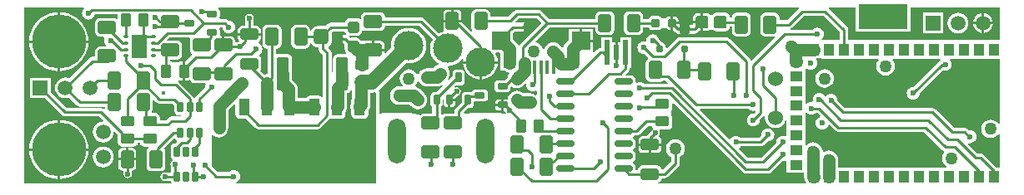
<source format=gbl>
G04*
G04 #@! TF.GenerationSoftware,Altium Limited,Altium Designer,19.1.5 (86)*
G04*
G04 Layer_Physical_Order=4*
G04 Layer_Color=16711680*
%FSLAX25Y25*%
%MOIN*%
G70*
G01*
G75*
%ADD10C,0.01000*%
G04:AMPARAMS|DCode=51|XSize=23.62mil|YSize=39.37mil|CornerRadius=2.95mil|HoleSize=0mil|Usage=FLASHONLY|Rotation=180.000|XOffset=0mil|YOffset=0mil|HoleType=Round|Shape=RoundedRectangle|*
%AMROUNDEDRECTD51*
21,1,0.02362,0.03347,0,0,180.0*
21,1,0.01772,0.03937,0,0,180.0*
1,1,0.00591,-0.00886,0.01673*
1,1,0.00591,0.00886,0.01673*
1,1,0.00591,0.00886,-0.01673*
1,1,0.00591,-0.00886,-0.01673*
%
%ADD51ROUNDEDRECTD51*%
G04:AMPARAMS|DCode=52|XSize=70.87mil|YSize=51.18mil|CornerRadius=6.4mil|HoleSize=0mil|Usage=FLASHONLY|Rotation=180.000|XOffset=0mil|YOffset=0mil|HoleType=Round|Shape=RoundedRectangle|*
%AMROUNDEDRECTD52*
21,1,0.07087,0.03839,0,0,180.0*
21,1,0.05807,0.05118,0,0,180.0*
1,1,0.01280,-0.02904,0.01919*
1,1,0.01280,0.02904,0.01919*
1,1,0.01280,0.02904,-0.01919*
1,1,0.01280,-0.02904,-0.01919*
%
%ADD52ROUNDEDRECTD52*%
G04:AMPARAMS|DCode=53|XSize=50mil|YSize=50mil|CornerRadius=6.25mil|HoleSize=0mil|Usage=FLASHONLY|Rotation=0.000|XOffset=0mil|YOffset=0mil|HoleType=Round|Shape=RoundedRectangle|*
%AMROUNDEDRECTD53*
21,1,0.05000,0.03750,0,0,0.0*
21,1,0.03750,0.05000,0,0,0.0*
1,1,0.01250,0.01875,-0.01875*
1,1,0.01250,-0.01875,-0.01875*
1,1,0.01250,-0.01875,0.01875*
1,1,0.01250,0.01875,0.01875*
%
%ADD53ROUNDEDRECTD53*%
G04:AMPARAMS|DCode=54|XSize=70.87mil|YSize=51.18mil|CornerRadius=6.4mil|HoleSize=0mil|Usage=FLASHONLY|Rotation=270.000|XOffset=0mil|YOffset=0mil|HoleType=Round|Shape=RoundedRectangle|*
%AMROUNDEDRECTD54*
21,1,0.07087,0.03839,0,0,270.0*
21,1,0.05807,0.05118,0,0,270.0*
1,1,0.01280,-0.01919,-0.02904*
1,1,0.01280,-0.01919,0.02904*
1,1,0.01280,0.01919,0.02904*
1,1,0.01280,0.01919,-0.02904*
%
%ADD54ROUNDEDRECTD54*%
G04:AMPARAMS|DCode=57|XSize=43.31mil|YSize=68.9mil|CornerRadius=5.41mil|HoleSize=0mil|Usage=FLASHONLY|Rotation=180.000|XOffset=0mil|YOffset=0mil|HoleType=Round|Shape=RoundedRectangle|*
%AMROUNDEDRECTD57*
21,1,0.04331,0.05807,0,0,180.0*
21,1,0.03248,0.06890,0,0,180.0*
1,1,0.01083,-0.01624,0.02904*
1,1,0.01083,0.01624,0.02904*
1,1,0.01083,0.01624,-0.02904*
1,1,0.01083,-0.01624,-0.02904*
%
%ADD57ROUNDEDRECTD57*%
G04:AMPARAMS|DCode=58|XSize=43.31mil|YSize=68.9mil|CornerRadius=5.41mil|HoleSize=0mil|Usage=FLASHONLY|Rotation=180.000|XOffset=0mil|YOffset=0mil|HoleType=Round|Shape=RoundedRectangle|*
%AMROUNDEDRECTD58*
21,1,0.04331,0.05807,0,0,180.0*
21,1,0.03248,0.06890,0,0,180.0*
1,1,0.01083,-0.01624,0.02904*
1,1,0.01083,0.01624,0.02904*
1,1,0.01083,0.01624,-0.02904*
1,1,0.01083,-0.01624,-0.02904*
%
%ADD58ROUNDEDRECTD58*%
G04:AMPARAMS|DCode=59|XSize=137.8mil|YSize=68.9mil|CornerRadius=8.61mil|HoleSize=0mil|Usage=FLASHONLY|Rotation=180.000|XOffset=0mil|YOffset=0mil|HoleType=Round|Shape=RoundedRectangle|*
%AMROUNDEDRECTD59*
21,1,0.13780,0.05167,0,0,180.0*
21,1,0.12057,0.06890,0,0,180.0*
1,1,0.01722,-0.06029,0.02584*
1,1,0.01722,0.06029,0.02584*
1,1,0.01722,0.06029,-0.02584*
1,1,0.01722,-0.06029,-0.02584*
%
%ADD59ROUNDEDRECTD59*%
G04:AMPARAMS|DCode=72|XSize=70.87mil|YSize=45.28mil|CornerRadius=5.66mil|HoleSize=0mil|Usage=FLASHONLY|Rotation=180.000|XOffset=0mil|YOffset=0mil|HoleType=Round|Shape=RoundedRectangle|*
%AMROUNDEDRECTD72*
21,1,0.07087,0.03396,0,0,180.0*
21,1,0.05955,0.04528,0,0,180.0*
1,1,0.01132,-0.02977,0.01698*
1,1,0.01132,0.02977,0.01698*
1,1,0.01132,0.02977,-0.01698*
1,1,0.01132,-0.02977,-0.01698*
%
%ADD72ROUNDEDRECTD72*%
G04:AMPARAMS|DCode=73|XSize=55.12mil|YSize=39.37mil|CornerRadius=4.92mil|HoleSize=0mil|Usage=FLASHONLY|Rotation=0.000|XOffset=0mil|YOffset=0mil|HoleType=Round|Shape=RoundedRectangle|*
%AMROUNDEDRECTD73*
21,1,0.05512,0.02953,0,0,0.0*
21,1,0.04528,0.03937,0,0,0.0*
1,1,0.00984,0.02264,-0.01476*
1,1,0.00984,-0.02264,-0.01476*
1,1,0.00984,-0.02264,0.01476*
1,1,0.00984,0.02264,0.01476*
%
%ADD73ROUNDEDRECTD73*%
G04:AMPARAMS|DCode=74|XSize=55.12mil|YSize=39.37mil|CornerRadius=4.92mil|HoleSize=0mil|Usage=FLASHONLY|Rotation=90.000|XOffset=0mil|YOffset=0mil|HoleType=Round|Shape=RoundedRectangle|*
%AMROUNDEDRECTD74*
21,1,0.05512,0.02953,0,0,90.0*
21,1,0.04528,0.03937,0,0,90.0*
1,1,0.00984,0.01476,0.02264*
1,1,0.00984,0.01476,-0.02264*
1,1,0.00984,-0.01476,-0.02264*
1,1,0.00984,-0.01476,0.02264*
%
%ADD74ROUNDEDRECTD74*%
%ADD77C,0.06000*%
%ADD78C,0.05000*%
%ADD79C,0.06000*%
%ADD80C,0.05906*%
%ADD81R,0.19685X0.09843*%
%ADD82C,0.21654*%
%ADD83O,0.07087X0.18110*%
%ADD84C,0.11811*%
%ADD85R,0.05906X0.05906*%
%ADD86C,0.02362*%
%ADD87C,0.05000*%
%ADD88C,0.01772*%
G04:AMPARAMS|DCode=98|XSize=23.62mil|YSize=39.37mil|CornerRadius=2.95mil|HoleSize=0mil|Usage=FLASHONLY|Rotation=270.000|XOffset=0mil|YOffset=0mil|HoleType=Round|Shape=RoundedRectangle|*
%AMROUNDEDRECTD98*
21,1,0.02362,0.03347,0,0,270.0*
21,1,0.01772,0.03937,0,0,270.0*
1,1,0.00591,-0.01673,-0.00886*
1,1,0.00591,-0.01673,0.00886*
1,1,0.00591,0.01673,0.00886*
1,1,0.00591,0.01673,-0.00886*
%
%ADD98ROUNDEDRECTD98*%
%ADD99O,0.02362X0.01181*%
%ADD100R,0.06496X0.09449*%
%ADD101R,0.01968X0.09843*%
%ADD102R,0.01968X0.06299*%
G04:AMPARAMS|DCode=103|XSize=31.5mil|YSize=31.5mil|CornerRadius=3.94mil|HoleSize=0mil|Usage=FLASHONLY|Rotation=0.000|XOffset=0mil|YOffset=0mil|HoleType=Round|Shape=RoundedRectangle|*
%AMROUNDEDRECTD103*
21,1,0.03150,0.02362,0,0,0.0*
21,1,0.02362,0.03150,0,0,0.0*
1,1,0.00787,0.01181,-0.01181*
1,1,0.00787,-0.01181,-0.01181*
1,1,0.00787,-0.01181,0.01181*
1,1,0.00787,0.01181,0.01181*
%
%ADD103ROUNDEDRECTD103*%
G04:AMPARAMS|DCode=104|XSize=23.62mil|YSize=27.56mil|CornerRadius=2.95mil|HoleSize=0mil|Usage=FLASHONLY|Rotation=180.000|XOffset=0mil|YOffset=0mil|HoleType=Round|Shape=RoundedRectangle|*
%AMROUNDEDRECTD104*
21,1,0.02362,0.02165,0,0,180.0*
21,1,0.01772,0.02756,0,0,180.0*
1,1,0.00591,-0.00886,0.01083*
1,1,0.00591,0.00886,0.01083*
1,1,0.00591,0.00886,-0.01083*
1,1,0.00591,-0.00886,-0.01083*
%
%ADD104ROUNDEDRECTD104*%
%ADD105R,0.07480X0.07480*%
%ADD106R,0.05118X0.03937*%
%ADD107R,0.01575X0.05315*%
G04:AMPARAMS|DCode=108|XSize=131.89mil|YSize=49.21mil|CornerRadius=6.15mil|HoleSize=0mil|Usage=FLASHONLY|Rotation=90.000|XOffset=0mil|YOffset=0mil|HoleType=Round|Shape=RoundedRectangle|*
%AMROUNDEDRECTD108*
21,1,0.13189,0.03691,0,0,90.0*
21,1,0.11959,0.04921,0,0,90.0*
1,1,0.01230,0.01846,0.05979*
1,1,0.01230,0.01846,-0.05979*
1,1,0.01230,-0.01846,-0.05979*
1,1,0.01230,-0.01846,0.05979*
%
%ADD108ROUNDEDRECTD108*%
%ADD109R,0.03940X0.05120*%
%ADD110R,0.05120X0.03940*%
G04:AMPARAMS|DCode=111|XSize=47.24mil|YSize=47.24mil|CornerRadius=11.81mil|HoleSize=0mil|Usage=FLASHONLY|Rotation=270.000|XOffset=0mil|YOffset=0mil|HoleType=Round|Shape=RoundedRectangle|*
%AMROUNDEDRECTD111*
21,1,0.04724,0.02362,0,0,270.0*
21,1,0.02362,0.04724,0,0,270.0*
1,1,0.02362,-0.01181,-0.01181*
1,1,0.02362,-0.01181,0.01181*
1,1,0.02362,0.01181,0.01181*
1,1,0.02362,0.01181,-0.01181*
%
%ADD111ROUNDEDRECTD111*%
G04:AMPARAMS|DCode=112|XSize=62.99mil|YSize=59.06mil|CornerRadius=14.76mil|HoleSize=0mil|Usage=FLASHONLY|Rotation=270.000|XOffset=0mil|YOffset=0mil|HoleType=Round|Shape=RoundedRectangle|*
%AMROUNDEDRECTD112*
21,1,0.06299,0.02953,0,0,270.0*
21,1,0.03347,0.05906,0,0,270.0*
1,1,0.02953,-0.01476,-0.01673*
1,1,0.02953,-0.01476,0.01673*
1,1,0.02953,0.01476,0.01673*
1,1,0.02953,0.01476,-0.01673*
%
%ADD112ROUNDEDRECTD112*%
G04:AMPARAMS|DCode=113|XSize=23.62mil|YSize=27.56mil|CornerRadius=2.95mil|HoleSize=0mil|Usage=FLASHONLY|Rotation=270.000|XOffset=0mil|YOffset=0mil|HoleType=Round|Shape=RoundedRectangle|*
%AMROUNDEDRECTD113*
21,1,0.02362,0.02165,0,0,270.0*
21,1,0.01772,0.02756,0,0,270.0*
1,1,0.00591,-0.01083,-0.00886*
1,1,0.00591,-0.01083,0.00886*
1,1,0.00591,0.01083,0.00886*
1,1,0.00591,0.01083,-0.00886*
%
%ADD113ROUNDEDRECTD113*%
G04:AMPARAMS|DCode=114|XSize=70.87mil|YSize=23.62mil|CornerRadius=5.91mil|HoleSize=0mil|Usage=FLASHONLY|Rotation=0.000|XOffset=0mil|YOffset=0mil|HoleType=Round|Shape=RoundedRectangle|*
%AMROUNDEDRECTD114*
21,1,0.07087,0.01181,0,0,0.0*
21,1,0.05906,0.02362,0,0,0.0*
1,1,0.01181,0.02953,-0.00591*
1,1,0.01181,-0.02953,-0.00591*
1,1,0.01181,-0.02953,0.00591*
1,1,0.01181,0.02953,0.00591*
%
%ADD114ROUNDEDRECTD114*%
G36*
X25782Y72335D02*
X25734Y72298D01*
X25324Y71763D01*
X25066Y71140D01*
X24978Y70472D01*
X25066Y69804D01*
X25324Y69182D01*
X25734Y68647D01*
X26269Y68237D01*
X26891Y67979D01*
X27559Y67891D01*
X28227Y67979D01*
X28850Y68237D01*
X29384Y68647D01*
X29794Y69182D01*
X30052Y69804D01*
X30084Y70046D01*
X39283D01*
X39337Y69980D01*
Y68543D01*
X38837Y68275D01*
X38653Y68398D01*
X37943Y68540D01*
X32136D01*
X31425Y68398D01*
X30823Y67996D01*
X30421Y67393D01*
X30279Y66683D01*
Y62845D01*
X30421Y62134D01*
X30823Y61532D01*
X31425Y61129D01*
X32136Y60988D01*
X33703D01*
X34037Y60488D01*
X33924Y60215D01*
X33836Y59547D01*
X33924Y58879D01*
X34182Y58257D01*
X34592Y57722D01*
X34722Y57622D01*
X34553Y57122D01*
X32136D01*
X31425Y56981D01*
X30823Y56578D01*
X30421Y55976D01*
X30279Y55266D01*
Y52974D01*
X29134D01*
X28478Y52843D01*
X27922Y52472D01*
X19796Y44346D01*
X19426Y44500D01*
X18347Y44642D01*
X17267Y44500D01*
X16262Y44083D01*
X15398Y43421D01*
X14736Y42557D01*
X14319Y41552D01*
X14177Y40472D01*
X14319Y39393D01*
X14736Y38388D01*
X15398Y37524D01*
X16262Y36862D01*
X17267Y36445D01*
X18347Y36303D01*
X19426Y36445D01*
X19796Y36599D01*
X22961Y33434D01*
X23517Y33062D01*
X24173Y32932D01*
X34216D01*
Y32285D01*
X34182Y32247D01*
X33716Y32036D01*
X33333Y32292D01*
X32677Y32423D01*
X18820D01*
X12480Y38763D01*
Y44606D01*
X4213D01*
Y36339D01*
X10056D01*
X16898Y29497D01*
X17454Y29125D01*
X18110Y28995D01*
X31967D01*
X33646Y27316D01*
X33380Y26875D01*
X32385Y26744D01*
X31380Y26327D01*
X30516Y25665D01*
X29854Y24801D01*
X29437Y23796D01*
X29295Y22716D01*
X29437Y21637D01*
X29854Y20632D01*
X30516Y19768D01*
X31380Y19106D01*
X32385Y18689D01*
X33465Y18547D01*
X34544Y18689D01*
X35549Y19106D01*
X36413Y19768D01*
X37075Y20632D01*
X37492Y21637D01*
X37623Y22632D01*
X38064Y22898D01*
X39337Y21625D01*
Y21547D01*
X39337Y21546D01*
Y18602D01*
X39467Y17950D01*
X39837Y17396D01*
X40390Y17026D01*
X41043Y16896D01*
X45571D01*
X46224Y17026D01*
X46777Y17396D01*
X47147Y17950D01*
X47230Y18365D01*
X48243D01*
X48325Y17950D01*
X48695Y17396D01*
X49249Y17026D01*
X49902Y16896D01*
X51501D01*
X51566Y16810D01*
X51451Y16131D01*
X51296Y16027D01*
X50893Y15425D01*
X50752Y14715D01*
Y8907D01*
X50893Y8197D01*
X51296Y7595D01*
X51898Y7192D01*
X52608Y7051D01*
X56447D01*
X57157Y7192D01*
X57760Y7595D01*
X58162Y8197D01*
X58303Y8907D01*
Y14715D01*
X58162Y15425D01*
X57760Y16027D01*
X57730Y16330D01*
X61617Y20217D01*
X62176Y20068D01*
X62420Y19703D01*
X62726Y19499D01*
X62852Y18917D01*
X62073Y18139D01*
X61910D01*
X61333Y18025D01*
X60845Y17698D01*
X60519Y17210D01*
X60404Y16634D01*
Y13287D01*
X60519Y12711D01*
X60845Y12223D01*
X61292Y11924D01*
X61324Y11663D01*
X61303Y11393D01*
X60796Y11055D01*
X60424Y10498D01*
X60294Y9843D01*
X60424Y9187D01*
X60491Y9087D01*
Y6537D01*
X58566D01*
X58071Y6635D01*
X57415Y6505D01*
X56859Y6133D01*
X56487Y5577D01*
X56357Y4921D01*
X56487Y4265D01*
X56859Y3709D01*
X56957Y3611D01*
X57513Y3239D01*
X58169Y3109D01*
X60589D01*
Y3051D01*
X60689Y2546D01*
X60741Y2468D01*
X60474Y1969D01*
X1969D01*
Y72835D01*
X25613D01*
X25782Y72335D01*
D02*
G37*
G36*
X311643D02*
X306967Y67659D01*
X303776D01*
Y68848D01*
X303635Y69559D01*
X303232Y70161D01*
X302630Y70564D01*
X301919Y70705D01*
X298081D01*
X297370Y70564D01*
X296768Y70161D01*
X296365Y69559D01*
X296224Y68848D01*
Y63041D01*
X296365Y62331D01*
X296768Y61729D01*
X297370Y61326D01*
X298081Y61185D01*
X301754D01*
X301992Y60715D01*
X292722Y51446D01*
X292180Y51610D01*
X292135Y51837D01*
X291763Y52393D01*
X283889Y60267D01*
X283333Y60639D01*
X282677Y60769D01*
X263779D01*
X263124Y60639D01*
X262567Y60267D01*
X258759Y56458D01*
X258297Y56650D01*
Y57185D01*
X258182Y57761D01*
X257856Y58249D01*
X257367Y58576D01*
X257094Y58630D01*
X256921Y58889D01*
X255607Y60202D01*
X255385Y60739D01*
X254975Y61274D01*
X254440Y61684D01*
X253818Y61942D01*
X253150Y62030D01*
X252482Y61942D01*
X251859Y61684D01*
X251325Y61274D01*
X250914Y60739D01*
X250656Y60117D01*
X250587Y59586D01*
X250424Y59372D01*
X250097Y59198D01*
X249606Y59263D01*
X248938Y59175D01*
X248316Y58917D01*
X247781Y58507D01*
X247371Y57972D01*
X247113Y57349D01*
X247025Y56681D01*
X247113Y56013D01*
X247371Y55391D01*
X247781Y54856D01*
X248316Y54446D01*
X248938Y54188D01*
X249606Y54100D01*
X249745Y54119D01*
X251205Y52658D01*
X251142Y52015D01*
X250902Y51854D01*
X250499Y51252D01*
X250358Y50541D01*
Y44734D01*
X250499Y44024D01*
X250902Y43422D01*
X251504Y43019D01*
X252215Y42878D01*
X256053D01*
X256764Y43019D01*
X257366Y43422D01*
X257432Y43520D01*
X258386D01*
X259376Y42530D01*
X259185Y42068D01*
X249942D01*
X249857Y42180D01*
X249322Y42590D01*
X248699Y42847D01*
X248031Y42935D01*
X247363Y42847D01*
X246741Y42590D01*
X246269Y42858D01*
Y43661D01*
X246132Y44353D01*
X245740Y44939D01*
X245154Y45330D01*
X244463Y45468D01*
X242443D01*
X242251Y45930D01*
X243535Y47213D01*
X243906Y47769D01*
X244037Y48425D01*
Y48622D01*
X244488D01*
Y60827D01*
X240158D01*
Y58874D01*
X239083D01*
Y54724D01*
X238083D01*
Y58874D01*
X237008D01*
Y60827D01*
X232677D01*
Y56438D01*
X232126D01*
X231470Y56308D01*
X230914Y55936D01*
X229650Y54672D01*
X229150Y54879D01*
Y58902D01*
X224410D01*
Y59402D01*
X223909D01*
Y64142D01*
X219669D01*
Y59912D01*
X218497Y58740D01*
X217907Y57971D01*
X217536Y57075D01*
X217510Y56879D01*
X217036Y56718D01*
X216011Y57744D01*
X215242Y58333D01*
X214347Y58705D01*
X213386Y58831D01*
X212425Y58705D01*
X211529Y58333D01*
X210760Y57744D01*
X210170Y56975D01*
X209800Y56079D01*
X209799Y56078D01*
X209295D01*
X209295Y56079D01*
X208924Y56975D01*
X208334Y57744D01*
X207565Y58333D01*
X206670Y58705D01*
X206300Y58753D01*
X206139Y59227D01*
X211734Y64821D01*
X230279D01*
Y63632D01*
X230421Y62921D01*
X230823Y62319D01*
X231425Y61917D01*
X232136Y61775D01*
X235974D01*
X236685Y61917D01*
X237287Y62319D01*
X237690Y62921D01*
X237831Y63632D01*
Y69439D01*
X237690Y70149D01*
X237287Y70752D01*
X236685Y71154D01*
X235974Y71295D01*
X232136D01*
X231425Y71154D01*
X230823Y70752D01*
X230421Y70149D01*
X230279Y69439D01*
Y68249D01*
X211734D01*
X208692Y71291D01*
X208136Y71662D01*
X207480Y71793D01*
X198819D01*
X198163Y71662D01*
X197607Y71291D01*
X195353Y69037D01*
X188225D01*
Y70226D01*
X188083Y70937D01*
X187681Y71539D01*
X187079Y71942D01*
X186368Y72083D01*
X182529D01*
X181819Y71942D01*
X181217Y71539D01*
X180814Y70937D01*
X180673Y70226D01*
Y64419D01*
X180814Y63709D01*
X180922Y63548D01*
X180534Y63229D01*
X176940Y66823D01*
X173031D01*
X169440D01*
Y64419D01*
X169568Y63779D01*
X169604Y63725D01*
X169394Y63139D01*
X168535Y62878D01*
X167603Y62380D01*
X161645Y68338D01*
X161089Y68709D01*
X160433Y68840D01*
X146099D01*
Y69045D01*
X145957Y69756D01*
X145555Y70358D01*
X144953Y70761D01*
X144242Y70902D01*
X138435D01*
X137725Y70761D01*
X137122Y70358D01*
X136720Y69756D01*
X136579Y69045D01*
Y68293D01*
X136079Y68025D01*
X135567Y68367D01*
X134646Y68550D01*
X132283D01*
X131362Y68367D01*
X130580Y67845D01*
X130058Y67063D01*
X129981Y66675D01*
X124409D01*
X123753Y66544D01*
X123197Y66173D01*
X122372Y65347D01*
X122146Y65377D01*
X119193D01*
X118499Y65286D01*
X117853Y65018D01*
X117298Y64592D01*
X116872Y64037D01*
X116677Y63568D01*
X116177Y63668D01*
Y63927D01*
X116036Y64638D01*
X115634Y65240D01*
X115031Y65642D01*
X114321Y65784D01*
X110482D01*
X109772Y65642D01*
X109170Y65240D01*
X108767Y64638D01*
X108626Y63927D01*
Y58120D01*
X108767Y57410D01*
X109170Y56807D01*
X109772Y56405D01*
X110482Y56264D01*
X114321D01*
X115031Y56405D01*
X115634Y56807D01*
X116036Y57410D01*
X116177Y58120D01*
Y58380D01*
X116677Y58479D01*
X116872Y58010D01*
X117298Y57455D01*
X117853Y57029D01*
X118499Y56761D01*
X119193Y56670D01*
X119471D01*
Y56374D01*
X119602Y55718D01*
X119973Y55162D01*
X121318Y53818D01*
Y36917D01*
X120817Y36765D01*
X120779Y36823D01*
X120210Y37203D01*
X119537Y37337D01*
X116289D01*
X115617Y37203D01*
X115048Y36823D01*
X114759Y36390D01*
X111252D01*
Y39980D01*
X111126Y40941D01*
X110755Y41837D01*
X110165Y42606D01*
X109028Y43743D01*
Y46260D01*
X108992Y46533D01*
Y52239D01*
X108853Y52940D01*
X108456Y53534D01*
X107861Y53931D01*
X107160Y54071D01*
X103470D01*
X103001Y53978D01*
X102501Y54308D01*
Y56264D01*
X102904D01*
X103614Y56405D01*
X104216Y56807D01*
X104619Y57410D01*
X104760Y58120D01*
Y63927D01*
X104619Y64638D01*
X104216Y65240D01*
X103614Y65642D01*
X102904Y65784D01*
X99065D01*
X98355Y65642D01*
X97752Y65240D01*
X97350Y64638D01*
X97208Y63927D01*
Y58120D01*
X97350Y57410D01*
X97752Y56807D01*
X98355Y56405D01*
X99065Y56264D01*
X99073D01*
Y46259D01*
X98819Y46036D01*
X97858Y45909D01*
X97855Y45908D01*
X96309Y47453D01*
X96552Y47817D01*
X96688Y48499D01*
Y51895D01*
X96552Y52576D01*
X96166Y53154D01*
X95859Y53359D01*
X95828Y53560D01*
X95881Y53946D01*
X96313Y54277D01*
X96724Y54812D01*
X96981Y55434D01*
X97069Y56102D01*
X96981Y56770D01*
X96724Y57393D01*
X96313Y57928D01*
X95779Y58338D01*
X95671Y58382D01*
X95652Y58440D01*
X95658Y58929D01*
X96035Y59181D01*
X96382Y59699D01*
X96503Y60310D01*
Y61508D01*
X87355D01*
Y60310D01*
X87477Y59699D01*
X87806Y59206D01*
X87688Y59011D01*
X87521Y58801D01*
X86071D01*
Y59597D01*
X85944Y60236D01*
X85582Y60779D01*
X85039Y61141D01*
X84400Y61268D01*
X81996D01*
Y57677D01*
X80996D01*
Y61268D01*
X80529D01*
X80119Y61768D01*
X80147Y61910D01*
Y63681D01*
X80032Y64257D01*
X79989Y64321D01*
X80257Y64821D01*
X81099D01*
X81168Y64293D01*
X81426Y63670D01*
X81836Y63135D01*
X82371Y62725D01*
X82993Y62467D01*
X83661Y62379D01*
X84329Y62467D01*
X84952Y62725D01*
X85487Y63135D01*
X85897Y63670D01*
X86155Y64293D01*
X86243Y64961D01*
X86155Y65629D01*
X85897Y66251D01*
X85487Y66786D01*
X84952Y67196D01*
X84329Y67454D01*
X83661Y67542D01*
X83523Y67523D01*
X83299Y67747D01*
X82743Y68119D01*
X82087Y68249D01*
X80257D01*
X79989Y68749D01*
X80032Y68814D01*
X80147Y69390D01*
Y71161D01*
X80032Y71737D01*
X79706Y72226D01*
X79543Y72335D01*
X79695Y72835D01*
X311449D01*
X311643Y72335D01*
D02*
G37*
G36*
X391732Y59666D02*
X331257D01*
Y63764D01*
X331127Y64420D01*
X330755Y64976D01*
X323396Y72335D01*
X323590Y72835D01*
X334252D01*
Y63090D01*
X356299D01*
Y72835D01*
X391732D01*
Y59666D01*
D02*
G37*
G36*
X327829Y63054D02*
Y59666D01*
X320840D01*
X320671Y60166D01*
X320821Y60281D01*
X321231Y60816D01*
X321489Y61438D01*
X321577Y62106D01*
X321489Y62774D01*
X321231Y63397D01*
X320821Y63931D01*
X320287Y64342D01*
X319664Y64600D01*
X318996Y64687D01*
X318328Y64600D01*
X317705Y64342D01*
X317171Y63931D01*
X317086Y63820D01*
X308176D01*
X308127Y64320D01*
X308333Y64361D01*
X308889Y64733D01*
X313702Y69546D01*
X321337D01*
X327829Y63054D01*
D02*
G37*
G36*
X208600Y66535D02*
X199969Y57905D01*
X199757Y57587D01*
X199193Y57643D01*
X199082Y57912D01*
X198492Y58680D01*
X198492Y58681D01*
X197260Y59912D01*
Y62552D01*
X197954Y63247D01*
X203543D01*
X204199Y63377D01*
X204755Y63749D01*
X205127Y64305D01*
X205257Y64961D01*
X205127Y65617D01*
X204755Y66173D01*
X204199Y66544D01*
X203543Y66675D01*
X198492D01*
X198301Y67137D01*
X199529Y68365D01*
X206770D01*
X208600Y66535D01*
D02*
G37*
G36*
X192153Y54517D02*
Y50539D01*
X192280Y49578D01*
X192307Y49512D01*
Y47571D01*
X193688D01*
X194010Y47324D01*
X194905Y46953D01*
X195581Y46864D01*
X195802Y46331D01*
X195529Y45974D01*
X195158Y45079D01*
X195119Y44787D01*
X193865Y43533D01*
X191437D01*
X190861Y43418D01*
X190373Y43092D01*
X190046Y42604D01*
X189932Y42028D01*
Y40256D01*
X190046Y39680D01*
X190373Y39191D01*
X190861Y38865D01*
X191437Y38751D01*
X194783D01*
X195360Y38865D01*
X195848Y39191D01*
X196174Y39680D01*
X196289Y40256D01*
Y40732D01*
X196789Y40979D01*
X196888Y40903D01*
X197783Y40532D01*
X198744Y40405D01*
X199705Y40532D01*
X200601Y40903D01*
X201370Y41493D01*
X202097Y42220D01*
X202571Y41987D01*
X202537Y41732D01*
X202625Y41064D01*
X202883Y40442D01*
X203293Y39907D01*
X203828Y39497D01*
X204450Y39239D01*
X205118Y39151D01*
X205786Y39239D01*
X206251Y39432D01*
X206750Y39186D01*
Y37843D01*
X206302Y37622D01*
X205990Y37861D01*
X205095Y38232D01*
X204134Y38359D01*
X201310D01*
X200675Y38845D01*
X199780Y39216D01*
X198819Y39343D01*
X197858Y39216D01*
X196962Y38845D01*
X196194Y38255D01*
X195604Y37486D01*
X195232Y36591D01*
X195174Y36148D01*
X194783Y35868D01*
X193610D01*
Y33661D01*
Y31455D01*
X193680D01*
X194280Y30856D01*
X194283Y30840D01*
X194529Y30471D01*
X194222Y30030D01*
X193462Y30213D01*
X191732Y30349D01*
X180709D01*
X178979Y30213D01*
X178064Y29993D01*
X177571Y30365D01*
X177557Y30645D01*
X179364Y32451D01*
X180217D01*
X180793Y32566D01*
X181281Y32892D01*
X181607Y33381D01*
X181722Y33957D01*
Y34632D01*
X182222Y35042D01*
X182382Y35010D01*
X185728D01*
X186304Y35125D01*
X186793Y35451D01*
X187119Y35940D01*
X187234Y36516D01*
Y38287D01*
X187119Y38863D01*
X186793Y39352D01*
X186304Y39678D01*
X185728Y39793D01*
X182382D01*
X181806Y39678D01*
X181317Y39352D01*
X180991Y38863D01*
X180981Y38813D01*
X180012D01*
X179992Y38808D01*
X178445D01*
X177869Y38694D01*
X177381Y38368D01*
X177054Y37879D01*
X176940Y37303D01*
Y34875D01*
X174420Y32356D01*
X174048Y31800D01*
X173918Y31144D01*
Y30154D01*
X170325D01*
X169614Y30013D01*
X169133Y29691D01*
X168929Y29661D01*
X168446Y30065D01*
Y32735D01*
X168683Y32892D01*
X169009Y33381D01*
X169123Y33957D01*
Y35926D01*
X169144Y35940D01*
X169644Y35673D01*
Y33957D01*
X169744Y33451D01*
X170031Y33023D01*
X170459Y32737D01*
X170965Y32636D01*
X171350D01*
Y35630D01*
X171850D01*
Y36130D01*
X174057D01*
Y36200D01*
X175198Y37341D01*
X175459Y37393D01*
X176015Y37764D01*
X176387Y38320D01*
X176517Y38976D01*
X176387Y39632D01*
X176015Y40188D01*
X175459Y40560D01*
X174803Y40690D01*
X174409D01*
X174069Y40623D01*
X173822Y41083D01*
X174322Y41583D01*
X174705Y41506D01*
X176476D01*
X177052Y41621D01*
X177541Y41947D01*
X177867Y42436D01*
X177982Y43012D01*
Y46358D01*
X177867Y46934D01*
X177541Y47423D01*
X177052Y47749D01*
X176476Y47864D01*
X174705D01*
X174129Y47749D01*
X173640Y47423D01*
X173314Y46934D01*
X173199Y46358D01*
Y45309D01*
X171686Y43795D01*
X171309Y44125D01*
X171522Y44403D01*
X171893Y45299D01*
X172020Y46260D01*
X171893Y47221D01*
X171522Y48116D01*
X171080Y48694D01*
X171192Y48996D01*
X171332Y49185D01*
X172649Y49315D01*
X173985Y49720D01*
X175216Y50378D01*
X176295Y51264D01*
X176934Y52043D01*
X177417Y51843D01*
X177362Y51287D01*
X184252D01*
X191142D01*
X191058Y52141D01*
X190663Y53443D01*
X190279Y54161D01*
X190578Y54661D01*
X192009D01*
X192153Y54517D01*
D02*
G37*
G36*
X165179Y59956D02*
X164681Y59024D01*
X164276Y57688D01*
X164139Y56299D01*
X164276Y54910D01*
X164681Y53574D01*
X165339Y52343D01*
X166225Y51264D01*
X167304Y50378D01*
X167431Y50311D01*
X167423Y50268D01*
X167286Y49821D01*
X166451Y49475D01*
X165682Y48885D01*
X165194Y48398D01*
X162992D01*
X162031Y48271D01*
X161136Y47901D01*
X160367Y47310D01*
X159777Y46542D01*
X159539Y45969D01*
X158998D01*
X158924Y46148D01*
X158334Y46917D01*
X157565Y47507D01*
X156670Y47878D01*
X155709Y48004D01*
X154748Y47878D01*
X153852Y47507D01*
X153083Y46917D01*
X152493Y46148D01*
X152122Y45252D01*
X151996Y44291D01*
X152122Y43330D01*
X152493Y42435D01*
X153083Y41666D01*
X153185Y41588D01*
X153024Y41114D01*
X151772D01*
X150811Y40988D01*
X149915Y40617D01*
X149146Y40027D01*
X148556Y39258D01*
X148185Y38363D01*
X148059Y37402D01*
X148185Y36441D01*
X148556Y35545D01*
X149146Y34776D01*
X149915Y34186D01*
X150811Y33815D01*
X151772Y33689D01*
X155942D01*
X156627Y33005D01*
X157396Y32414D01*
X158291Y32044D01*
X159252Y31917D01*
X160213Y32044D01*
X161108Y32414D01*
X161877Y33005D01*
X162467Y33773D01*
X162838Y34669D01*
X162965Y35630D01*
X162838Y36591D01*
X162467Y37486D01*
X161877Y38255D01*
X160106Y40027D01*
X159337Y40617D01*
X158441Y40988D01*
X158243Y41014D01*
X158114Y41497D01*
X158334Y41666D01*
X158924Y42435D01*
X159161Y43008D01*
X159703D01*
X159777Y42829D01*
X160367Y42060D01*
X161136Y41470D01*
X162031Y41099D01*
X162992Y40972D01*
X166732D01*
X167693Y41099D01*
X168589Y41470D01*
X168867Y41683D01*
X169197Y41306D01*
X166699Y38808D01*
X165847D01*
X165270Y38694D01*
X164782Y38368D01*
X164456Y37879D01*
X164341Y37303D01*
Y33957D01*
X164456Y33381D01*
X164782Y32892D01*
X165018Y32735D01*
Y30154D01*
X161467D01*
X160756Y30013D01*
X160169Y29620D01*
X159716Y29808D01*
X158029Y30213D01*
X156299Y30349D01*
X145276D01*
X144288Y30271D01*
X143921Y30611D01*
X143921Y38556D01*
X143898Y38673D01*
Y38791D01*
X143852Y38901D01*
X143829Y39017D01*
X143763Y39116D01*
X143718Y39225D01*
X143728Y39669D01*
X143830Y39834D01*
X154459Y50463D01*
X155512Y50359D01*
X156901Y50496D01*
X158237Y50902D01*
X159468Y51560D01*
X160547Y52445D01*
X161433Y53524D01*
X162091Y54755D01*
X162496Y56091D01*
X162633Y57480D01*
X162496Y58869D01*
X162091Y60205D01*
X161433Y61436D01*
X160547Y62516D01*
X159468Y63401D01*
X158237Y64059D01*
X156901Y64464D01*
X155512Y64601D01*
X154123Y64464D01*
X152787Y64059D01*
X151556Y63401D01*
X150477Y62516D01*
X149591Y61436D01*
X148933Y60205D01*
X148528Y58869D01*
X148391Y57480D01*
X148495Y56427D01*
X146376Y54308D01*
X145914Y54500D01*
Y55209D01*
X141339D01*
Y55709D01*
X140839D01*
Y59300D01*
X138494D01*
X138363Y59354D01*
X137402Y59481D01*
X136459D01*
X136218Y59840D01*
X135497Y60322D01*
X135065Y60408D01*
X134425Y60673D01*
X133465Y60799D01*
X132504Y60673D01*
X132186Y60541D01*
X131762Y60965D01*
X132008Y61426D01*
X132283Y61371D01*
X134646D01*
X135567Y61554D01*
X136349Y62076D01*
X136871Y62858D01*
X136977Y63390D01*
X137532Y63620D01*
X137725Y63491D01*
X138435Y63350D01*
X144242D01*
X144953Y63491D01*
X145555Y63894D01*
X145957Y64496D01*
X146099Y65207D01*
Y65412D01*
X159723D01*
X165179Y59956D01*
D02*
G37*
G36*
X320392Y52183D02*
X343289D01*
X343496Y51683D01*
X343025Y51069D01*
X342654Y50174D01*
X342527Y49213D01*
X342654Y48252D01*
X343025Y47356D01*
X343615Y46587D01*
X344384Y45997D01*
X345279Y45626D01*
X346240Y45500D01*
X347201Y45626D01*
X348097Y45997D01*
X348866Y46587D01*
X349456Y47356D01*
X349827Y48252D01*
X349953Y49213D01*
X349827Y50174D01*
X349456Y51069D01*
X348984Y51683D01*
X349191Y52183D01*
X368027D01*
X368183Y51868D01*
X368220Y51683D01*
X367989Y51382D01*
X367587Y51114D01*
X357422Y40949D01*
X357283Y40967D01*
X356615Y40879D01*
X355993Y40621D01*
X355458Y40211D01*
X355048Y39676D01*
X354790Y39054D01*
X354702Y38386D01*
X354790Y37718D01*
X355048Y37095D01*
X355458Y36561D01*
X355993Y36151D01*
X356615Y35893D01*
X357283Y35805D01*
X357951Y35893D01*
X358574Y36151D01*
X359109Y36561D01*
X359519Y37095D01*
X359777Y37718D01*
X359865Y38386D01*
X359846Y38525D01*
X368929Y47608D01*
X369411Y47408D01*
X370079Y47320D01*
X370747Y47408D01*
X371369Y47666D01*
X371904Y48076D01*
X372314Y48611D01*
X372572Y49233D01*
X372660Y49902D01*
X372572Y50570D01*
X372314Y51192D01*
X371937Y51683D01*
X371974Y51868D01*
X372130Y52183D01*
X391732D01*
Y26266D01*
X391232Y26096D01*
X390814Y26641D01*
X390045Y27231D01*
X389150Y27602D01*
X388189Y27729D01*
X387228Y27602D01*
X386333Y27231D01*
X385564Y26641D01*
X384974Y25872D01*
X384603Y24977D01*
X384476Y24016D01*
X384603Y23055D01*
X384974Y22159D01*
X385564Y21390D01*
X386333Y20800D01*
X387228Y20429D01*
X388189Y20303D01*
X389150Y20429D01*
X390045Y20800D01*
X390814Y21390D01*
X391232Y21935D01*
X391732Y21765D01*
Y8466D01*
X390612D01*
X385464Y13614D01*
X384908Y13985D01*
X384252Y14116D01*
X382993D01*
X379239Y17871D01*
X379472Y18344D01*
X379921Y18285D01*
X380589Y18373D01*
X381212Y18631D01*
X381746Y19041D01*
X382157Y19576D01*
X382414Y20198D01*
X382502Y20866D01*
X382414Y21534D01*
X382157Y22157D01*
X381746Y22691D01*
X381212Y23101D01*
X380589Y23359D01*
X379921Y23447D01*
X379563Y23400D01*
X379113Y23850D01*
X378557Y24221D01*
X377901Y24352D01*
X373742D01*
X366173Y31921D01*
X365617Y32292D01*
X364961Y32423D01*
X329917D01*
X326972Y35367D01*
X326991Y35506D01*
X326903Y36174D01*
X326645Y36796D01*
X326235Y37331D01*
X325700Y37741D01*
X325078Y37999D01*
X324410Y38087D01*
X323741Y37999D01*
X323119Y37741D01*
X322584Y37331D01*
X322447Y37152D01*
X322199Y37136D01*
X321855Y37202D01*
X321510Y37652D01*
X320976Y38062D01*
X320353Y38320D01*
X319685Y38408D01*
X319017Y38320D01*
X318394Y38062D01*
X317860Y37652D01*
X317450Y37117D01*
X317192Y36495D01*
X317104Y35827D01*
X317175Y35285D01*
X316952Y34965D01*
X316786Y34832D01*
X316535Y34865D01*
X315867Y34777D01*
X315245Y34519D01*
X314710Y34109D01*
X314684Y34075D01*
X314184Y34245D01*
Y36073D01*
Y41973D01*
Y48115D01*
X314632Y48402D01*
X314950Y48158D01*
X315572Y47901D01*
X316240Y47813D01*
X316908Y47901D01*
X317531Y48158D01*
X318065Y48569D01*
X318476Y49103D01*
X318733Y49726D01*
X318821Y50394D01*
X318733Y51062D01*
X318476Y51684D01*
X318410Y51769D01*
X318421Y51924D01*
X318601Y52343D01*
X318653Y52364D01*
X320392D01*
Y52183D01*
D02*
G37*
G36*
X130058Y62858D02*
X130485Y62219D01*
X130310Y61852D01*
X130233Y61753D01*
X127362D01*
X126706Y61623D01*
X126150Y61251D01*
X125779Y60695D01*
X125648Y60039D01*
X125779Y59383D01*
X126150Y58827D01*
X126706Y58456D01*
X127362Y58325D01*
X129524D01*
X129866Y57955D01*
X129752Y57087D01*
X129878Y56126D01*
X130143Y55486D01*
X130229Y55054D01*
X130552Y54571D01*
X130285Y54071D01*
X127092D01*
X126391Y53931D01*
X125796Y53534D01*
X125399Y52940D01*
X125260Y52239D01*
Y46922D01*
X125246Y46908D01*
X124746Y47113D01*
Y54528D01*
X124615Y55184D01*
X124243Y55740D01*
X123444Y56539D01*
X123585Y57105D01*
X124041Y57455D01*
X124467Y58010D01*
X124735Y58657D01*
X124826Y59350D01*
Y62697D01*
X124802Y62878D01*
X125143Y63247D01*
X129981D01*
X130058Y62858D01*
D02*
G37*
G36*
X68220Y60375D02*
X68212Y60286D01*
X68075Y59597D01*
Y55758D01*
X68216Y55047D01*
X68618Y54445D01*
X68865Y54280D01*
X68929Y53636D01*
X66322Y51029D01*
X66248D01*
Y47244D01*
Y43459D01*
X67224D01*
X67721Y43558D01*
X68216Y43630D01*
X68618Y43028D01*
X69221Y42625D01*
X69931Y42484D01*
X74132D01*
X74432Y41984D01*
X74278Y41613D01*
X74190Y40945D01*
X74209Y40806D01*
X70638Y37236D01*
X70267Y36680D01*
X70235Y36521D01*
X69725D01*
X69694Y36680D01*
X69322Y37236D01*
X63633Y42925D01*
X63614Y42952D01*
X63631Y43534D01*
X63690Y43575D01*
X64272Y43459D01*
X65248D01*
Y47244D01*
Y51029D01*
X64272D01*
X63690Y50913D01*
X63501Y50787D01*
X61235D01*
X60791Y51084D01*
X60375Y51167D01*
Y51933D01*
X63140D01*
X63850Y52074D01*
X64452Y52477D01*
X64855Y53079D01*
X64996Y53789D01*
Y57628D01*
X64855Y58338D01*
X64452Y58941D01*
X63850Y59343D01*
X63140Y59484D01*
X59215D01*
X59024Y59946D01*
X59864Y60786D01*
X67958D01*
X68220Y60375D01*
D02*
G37*
G36*
X291482Y32033D02*
X292017Y31623D01*
X292639Y31365D01*
X293307Y31277D01*
X293975Y31365D01*
X293987Y31370D01*
X294270Y30946D01*
X293446Y30122D01*
X293307Y30140D01*
X292639Y30052D01*
X292017Y29794D01*
X291482Y29384D01*
X291072Y28850D01*
X290814Y28227D01*
X290726Y27559D01*
X290814Y26891D01*
X291072Y26269D01*
X291482Y25734D01*
X292017Y25324D01*
X292639Y25066D01*
X293307Y24978D01*
X293975Y25066D01*
X294598Y25324D01*
X295132Y25734D01*
X295542Y26269D01*
X295800Y26891D01*
X295888Y27559D01*
X295870Y27698D01*
X297472Y29300D01*
X297561Y29433D01*
X298042Y29252D01*
X297948Y28543D01*
X298092Y27452D01*
X298513Y26435D01*
X299183Y25561D01*
X300057Y24891D01*
X301074Y24470D01*
X302165Y24326D01*
X303257Y24470D01*
X304274Y24891D01*
X305147Y25561D01*
X305818Y26435D01*
X306239Y27452D01*
X306702Y27330D01*
Y24173D01*
Y21296D01*
X306202Y21022D01*
X305786Y21194D01*
X305118Y21282D01*
X304450Y21194D01*
X303828Y20936D01*
X303293Y20526D01*
X302883Y19991D01*
X302625Y19369D01*
X302537Y18701D01*
X302555Y18562D01*
X296534Y12541D01*
X291064D01*
X287626Y15980D01*
X287787Y16526D01*
X288243Y16876D01*
X288328Y16987D01*
X296260D01*
X296916Y17117D01*
X297472Y17489D01*
X299074Y19091D01*
X299213Y19072D01*
X299881Y19160D01*
X300503Y19418D01*
X301038Y19828D01*
X301448Y20363D01*
X301706Y20986D01*
X301794Y21654D01*
X301706Y22322D01*
X301448Y22944D01*
X301038Y23479D01*
X300503Y23889D01*
X299881Y24147D01*
X299213Y24235D01*
X298545Y24147D01*
X297922Y23889D01*
X297388Y23479D01*
X296977Y22944D01*
X296719Y22322D01*
X296632Y21654D01*
X296650Y21515D01*
X295550Y20415D01*
X288328D01*
X288243Y20526D01*
X287708Y20936D01*
X287085Y21194D01*
X286417Y21282D01*
X285749Y21194D01*
X285127Y20936D01*
X284592Y20526D01*
X284242Y20070D01*
X283696Y19909D01*
X271923Y31682D01*
X272114Y32144D01*
X291397D01*
X291482Y32033D01*
D02*
G37*
G36*
X320211Y29333D02*
X320034Y28803D01*
X319576Y28613D01*
X319041Y28203D01*
X318631Y27668D01*
X318373Y27046D01*
X318285Y26378D01*
X318373Y25710D01*
X318631Y25087D01*
X319041Y24553D01*
X319576Y24143D01*
X320198Y23885D01*
X320866Y23797D01*
X321534Y23885D01*
X322157Y24143D01*
X322691Y24553D01*
X323101Y25087D01*
X323291Y25546D01*
X323821Y25723D01*
X326150Y23394D01*
X326706Y23023D01*
X327362Y22892D01*
X361495D01*
X368867Y15520D01*
X369423Y15149D01*
X369438Y15146D01*
X369636Y14596D01*
X369226Y14061D01*
X368855Y13166D01*
X368728Y12205D01*
X368855Y11244D01*
X369226Y10348D01*
X369815Y9579D01*
X370585Y8989D01*
X370642Y8965D01*
X370543Y8466D01*
X327237D01*
Y11614D01*
X327110Y12575D01*
X326739Y13471D01*
X326149Y14240D01*
X325380Y14830D01*
X324485Y15201D01*
X323524Y15327D01*
X322563Y15201D01*
X321667Y14830D01*
X321510Y14709D01*
X321366Y14779D01*
X321063Y14996D01*
X320946Y15885D01*
X320575Y16781D01*
X319985Y17550D01*
X319948Y17586D01*
X319179Y18176D01*
X318284Y18547D01*
X317323Y18674D01*
X316362Y18547D01*
X315466Y18176D01*
X314697Y17586D01*
X314658Y17535D01*
X314184Y17695D01*
Y24173D01*
Y30322D01*
X314684Y30492D01*
X314710Y30458D01*
X315245Y30048D01*
X315867Y29790D01*
X316535Y29702D01*
X317203Y29790D01*
X317826Y30048D01*
X318361Y30458D01*
X318446Y30569D01*
X318975D01*
X320211Y29333D01*
D02*
G37*
G36*
X132842Y36350D02*
X132777Y36253D01*
X132643Y35581D01*
Y34746D01*
X132437Y34248D01*
X132311Y33287D01*
Y32677D01*
X132437Y31716D01*
X132643Y31218D01*
Y29774D01*
X132777Y29101D01*
X133158Y28532D01*
X133728Y28151D01*
X134400Y28017D01*
X137648D01*
X138320Y28151D01*
X138890Y28532D01*
X139270Y29101D01*
X139404Y29774D01*
Y31218D01*
X139610Y31716D01*
X139616Y31761D01*
X139771Y31962D01*
X140141Y32858D01*
X140268Y33819D01*
Y38499D01*
X140748D01*
X141840Y38643D01*
X142301Y38834D01*
X142717Y38556D01*
X142717Y1969D01*
X86495Y1969D01*
X86396Y2468D01*
X86920Y2686D01*
X87455Y3096D01*
X87865Y3631D01*
X88123Y4253D01*
X88211Y4921D01*
X88123Y5589D01*
X87865Y6212D01*
X87455Y6746D01*
X86920Y7157D01*
X86298Y7414D01*
X85630Y7502D01*
X84962Y7414D01*
X84339Y7157D01*
X83805Y6746D01*
X83719Y6635D01*
X79253D01*
X76772Y9117D01*
X76772Y21319D01*
X77272Y21543D01*
X77868Y21085D01*
X78764Y20714D01*
X79724Y20588D01*
X80685Y20714D01*
X81581Y21085D01*
X82350Y21675D01*
X82940Y22444D01*
X83311Y23340D01*
X83437Y24301D01*
Y31533D01*
X85922Y34017D01*
X86384Y33826D01*
Y29774D01*
X86517Y29102D01*
X86898Y28532D01*
X87468Y28151D01*
X88140Y28017D01*
X90720D01*
X94359Y24378D01*
X94915Y24007D01*
X95571Y23877D01*
X119095D01*
X119750Y24007D01*
X120307Y24379D01*
X124243Y28316D01*
X124300Y28400D01*
X124672Y28151D01*
X125345Y28017D01*
X128593D01*
X129265Y28151D01*
X129834Y28532D01*
X130215Y29101D01*
X130349Y29774D01*
Y30934D01*
X130519Y31155D01*
X130889Y32051D01*
X131016Y33012D01*
Y38495D01*
X131483Y38589D01*
X132078Y38985D01*
X132334Y39370D01*
X132842D01*
Y36350D01*
D02*
G37*
G36*
X54595Y34713D02*
X55151Y34342D01*
X55807Y34211D01*
X61199D01*
X61979Y33432D01*
Y31004D01*
X62094Y30428D01*
X62420Y29939D01*
X62908Y29613D01*
X63484Y29499D01*
X64715D01*
X64998Y28999D01*
X64986Y28978D01*
X60925D01*
X60269Y28847D01*
X59713Y28476D01*
X58648Y27411D01*
X56135D01*
Y28642D01*
X56005Y29295D01*
X55635Y29848D01*
X55082Y30218D01*
X54429Y30348D01*
X53188D01*
X52921Y30848D01*
X53044Y31032D01*
X53185Y31742D01*
Y35470D01*
X53647Y35661D01*
X54595Y34713D01*
D02*
G37*
G36*
X289142Y6662D02*
X289698Y6290D01*
X290354Y6160D01*
X299213D01*
X299868Y6290D01*
X300425Y6662D01*
X304979Y11217D01*
X305118Y11198D01*
X305786Y11286D01*
X306202Y11459D01*
X306702Y11184D01*
Y6473D01*
X313646D01*
Y4748D01*
X313773Y3787D01*
X314144Y2892D01*
X314468Y2468D01*
X314279Y1969D01*
X255207D01*
X255157Y2468D01*
X255627Y2562D01*
X256205Y2948D01*
X256592Y3526D01*
X256724Y4191D01*
X257874D01*
X258530Y4322D01*
X259086Y4693D01*
X263397Y9004D01*
X263769Y9561D01*
X263899Y10216D01*
Y12847D01*
X264041Y12907D01*
X264810Y13497D01*
X265400Y14266D01*
X265771Y15161D01*
X265898Y16122D01*
X265771Y17083D01*
X265400Y17978D01*
X264810Y18747D01*
X264041Y19337D01*
X263146Y19708D01*
X262185Y19835D01*
X261224Y19708D01*
X260329Y19337D01*
X259560Y18747D01*
X258969Y17978D01*
X258599Y17083D01*
X258472Y16122D01*
X258599Y15161D01*
X258969Y14266D01*
X259560Y13497D01*
X260329Y12907D01*
X260471Y12847D01*
Y10926D01*
X257203Y7658D01*
X256704Y7717D01*
X256592Y8285D01*
X256205Y8863D01*
X255627Y9249D01*
X254946Y9385D01*
X248991D01*
X248309Y9249D01*
X247732Y8863D01*
X247345Y8285D01*
X247213Y7620D01*
X246269D01*
Y8661D01*
X246132Y9353D01*
X245740Y9939D01*
X245187Y10308D01*
X245156Y10571D01*
X245187Y10834D01*
X245740Y11203D01*
X246132Y11789D01*
X246269Y12480D01*
Y13661D01*
X246132Y14353D01*
X245740Y14939D01*
X245187Y15308D01*
X245156Y15571D01*
X245187Y15834D01*
X245740Y16203D01*
X246132Y16789D01*
X246269Y17480D01*
Y18661D01*
X246132Y19353D01*
X245740Y19939D01*
X245187Y20308D01*
X245156Y20571D01*
X245187Y20833D01*
X245740Y21203D01*
X245881Y21414D01*
X246553D01*
X247210Y21545D01*
X247765Y21916D01*
X251104Y25254D01*
X252967D01*
X253050Y24839D01*
X253341Y24403D01*
X253337Y23951D01*
X253293Y23769D01*
X253119Y23653D01*
X250757Y21291D01*
X250570Y21011D01*
X248991D01*
X248380Y20889D01*
X247862Y20543D01*
X247516Y20025D01*
X247394Y19414D01*
Y18216D01*
X256542D01*
Y19414D01*
X256421Y20025D01*
X256075Y20543D01*
X255769Y20748D01*
X255597Y21114D01*
X255645Y21382D01*
X255914Y21785D01*
X256045Y22441D01*
X255914Y23097D01*
X255788Y23286D01*
X256055Y23786D01*
X259154D01*
X259806Y23916D01*
X260360Y24286D01*
X260730Y24839D01*
X260859Y25492D01*
Y28445D01*
X260730Y29098D01*
X260433Y29542D01*
Y31482D01*
X260730Y31926D01*
X260859Y32579D01*
Y34291D01*
X261321Y34483D01*
X289142Y6662D01*
D02*
G37*
%LPC*%
G36*
X16248Y70879D02*
Y59555D01*
X27572D01*
X27465Y60911D01*
X27031Y62721D01*
X26318Y64441D01*
X25346Y66028D01*
X24137Y67444D01*
X22721Y68653D01*
X21134Y69625D01*
X19414Y70338D01*
X17604Y70772D01*
X16248Y70879D01*
D02*
G37*
G36*
X15248D02*
X13892Y70772D01*
X12082Y70338D01*
X10362Y69625D01*
X8775Y68653D01*
X7359Y67444D01*
X6150Y66028D01*
X5178Y64441D01*
X4465Y62721D01*
X4031Y60911D01*
X3924Y59555D01*
X15248D01*
Y70879D01*
D02*
G37*
G36*
X27572Y58555D02*
X16248D01*
Y47231D01*
X17604Y47338D01*
X19414Y47772D01*
X21134Y48485D01*
X22721Y49457D01*
X24137Y50666D01*
X25346Y52082D01*
X26318Y53669D01*
X27031Y55389D01*
X27465Y57199D01*
X27572Y58555D01*
D02*
G37*
G36*
X15248D02*
X3924D01*
X4031Y57199D01*
X4465Y55389D01*
X5178Y53669D01*
X6150Y52082D01*
X7359Y50666D01*
X8775Y49457D01*
X10362Y48485D01*
X12082Y47772D01*
X13892Y47338D01*
X15248Y47231D01*
Y58555D01*
D02*
G37*
G36*
X16248Y27572D02*
Y16248D01*
X27572D01*
X27465Y17604D01*
X27031Y19414D01*
X26318Y21134D01*
X25346Y22721D01*
X24137Y24137D01*
X22721Y25346D01*
X21134Y26318D01*
X19414Y27031D01*
X17604Y27465D01*
X16248Y27572D01*
D02*
G37*
G36*
X15248D02*
X13892Y27465D01*
X12082Y27031D01*
X10362Y26318D01*
X8775Y25346D01*
X7359Y24137D01*
X6150Y22721D01*
X5178Y21134D01*
X4465Y19414D01*
X4031Y17604D01*
X3924Y16248D01*
X15248D01*
Y27572D01*
D02*
G37*
G36*
X45030Y16386D02*
X43610D01*
Y12311D01*
X46701D01*
Y14715D01*
X46574Y15354D01*
X46212Y15897D01*
X45669Y16259D01*
X45030Y16386D01*
D02*
G37*
G36*
X42610D02*
X41191D01*
X40551Y16259D01*
X40009Y15897D01*
X39646Y15354D01*
X39519Y14715D01*
Y12311D01*
X42610D01*
Y16386D01*
D02*
G37*
G36*
X33465Y16886D02*
X32385Y16744D01*
X31380Y16327D01*
X30516Y15665D01*
X29854Y14801D01*
X29437Y13796D01*
X29295Y12717D01*
X29437Y11637D01*
X29854Y10632D01*
X30516Y9768D01*
X31380Y9106D01*
X32385Y8689D01*
X33465Y8547D01*
X34544Y8689D01*
X35549Y9106D01*
X36413Y9768D01*
X37075Y10632D01*
X37492Y11637D01*
X37634Y12717D01*
X37492Y13796D01*
X37075Y14801D01*
X36413Y15665D01*
X35549Y16327D01*
X34544Y16744D01*
X33465Y16886D01*
D02*
G37*
G36*
X46701Y11311D02*
X43110D01*
X39519D01*
Y8907D01*
X39646Y8268D01*
X40009Y7725D01*
X40551Y7363D01*
X41191Y7236D01*
X41593D01*
Y5906D01*
X41723Y5250D01*
X42095Y4693D01*
X42651Y4322D01*
X43307Y4191D01*
X43963Y4322D01*
X44519Y4693D01*
X44891Y5250D01*
X45021Y5906D01*
Y7236D01*
X45030D01*
X45669Y7363D01*
X46212Y7725D01*
X46574Y8268D01*
X46701Y8907D01*
Y11311D01*
D02*
G37*
G36*
X27572Y15248D02*
X16248D01*
Y3924D01*
X17604Y4031D01*
X19414Y4465D01*
X21134Y5178D01*
X22721Y6150D01*
X24137Y7359D01*
X25346Y8775D01*
X26318Y10362D01*
X27031Y12082D01*
X27465Y13892D01*
X27572Y15248D01*
D02*
G37*
G36*
X15248D02*
X3924D01*
X4031Y13892D01*
X4465Y12082D01*
X5178Y10362D01*
X6150Y8775D01*
X7359Y7359D01*
X8775Y6150D01*
X10362Y5178D01*
X12082Y4465D01*
X13892Y4031D01*
X15248Y3924D01*
Y15248D01*
D02*
G37*
G36*
X290502Y70705D02*
X286663D01*
X285953Y70564D01*
X285351Y70161D01*
X284948Y69559D01*
X284807Y68848D01*
Y68643D01*
X284041D01*
Y68804D01*
X283901Y69509D01*
X283502Y70106D01*
X282905Y70505D01*
X282200Y70646D01*
X278450D01*
X277745Y70505D01*
X277148Y70106D01*
X277029Y69929D01*
X275903D01*
X275871Y69976D01*
X275334Y70335D01*
X274700Y70461D01*
X273325D01*
Y66929D01*
Y63397D01*
X274700D01*
X275334Y63523D01*
X275871Y63883D01*
X275903Y63929D01*
X277029D01*
X277148Y63752D01*
X277745Y63353D01*
X278450Y63213D01*
X282200D01*
X282905Y63353D01*
X283502Y63752D01*
X283901Y64349D01*
X284041Y65054D01*
Y65215D01*
X284807D01*
Y63041D01*
X284948Y62331D01*
X285351Y61729D01*
X285953Y61326D01*
X286663Y61185D01*
X290502D01*
X291212Y61326D01*
X291815Y61729D01*
X292217Y62331D01*
X292358Y63041D01*
Y68848D01*
X292217Y69559D01*
X291815Y70161D01*
X291212Y70564D01*
X290502Y70705D01*
D02*
G37*
G36*
X174951Y71898D02*
X173531D01*
Y67823D01*
X176623D01*
Y70226D01*
X176495Y70866D01*
X176133Y71409D01*
X175591Y71771D01*
X174951Y71898D01*
D02*
G37*
G36*
X172531D02*
X171112D01*
X170472Y71771D01*
X169930Y71409D01*
X169568Y70866D01*
X169440Y70226D01*
Y67823D01*
X172531D01*
Y71898D01*
D02*
G37*
G36*
X272325Y70461D02*
X270950D01*
X270316Y70335D01*
X269778Y69976D01*
X269419Y69438D01*
X269293Y68804D01*
Y67429D01*
X272325D01*
Y70461D01*
D02*
G37*
G36*
X262008Y69138D02*
X261327D01*
Y67035D01*
X263429D01*
Y67716D01*
X263321Y68260D01*
X263013Y68721D01*
X262552Y69029D01*
X262008Y69138D01*
D02*
G37*
G36*
X272325Y66429D02*
X269293D01*
Y65821D01*
X269162Y65690D01*
X264096D01*
X263751Y66035D01*
X261327D01*
Y63611D01*
X262174Y62764D01*
X262730Y62393D01*
X263386Y62262D01*
X269872D01*
X270528Y62393D01*
X271084Y62764D01*
X271717Y63397D01*
X272325D01*
Y66429D01*
D02*
G37*
G36*
X247392Y71295D02*
X243553D01*
X242843Y71154D01*
X242240Y70752D01*
X241838Y70149D01*
X241697Y69439D01*
Y63632D01*
X241838Y62921D01*
X242240Y62319D01*
X242843Y61917D01*
X243553Y61775D01*
X247392D01*
X248102Y61917D01*
X248705Y62319D01*
X249107Y62921D01*
X249248Y63632D01*
Y64821D01*
X251453D01*
X251469Y64740D01*
X251817Y64219D01*
X252338Y63871D01*
X252953Y63749D01*
X255315D01*
X255929Y63871D01*
X256450Y64219D01*
X256683Y64567D01*
X258496D01*
X258641Y64350D01*
X259102Y64042D01*
X259646Y63933D01*
X260327D01*
Y66535D01*
Y69138D01*
X259646D01*
X259102Y69029D01*
X258641Y68721D01*
X258496Y68504D01*
X256683D01*
X256450Y68852D01*
X255929Y69200D01*
X255315Y69322D01*
X252953D01*
X252338Y69200D01*
X251817Y68852D01*
X251469Y68331D01*
X251453Y68249D01*
X249248D01*
Y69439D01*
X249107Y70149D01*
X248705Y70752D01*
X248102Y71154D01*
X247392Y71295D01*
D02*
G37*
G36*
X91929Y70218D02*
X91273Y70087D01*
X90717Y69716D01*
X90346Y69160D01*
X90215Y68504D01*
Y65302D01*
X88952D01*
X88341Y65181D01*
X87823Y64835D01*
X87477Y64317D01*
X87355Y63706D01*
Y62508D01*
X96503D01*
Y63706D01*
X96382Y64317D01*
X96035Y64835D01*
X95517Y65181D01*
X94907Y65302D01*
X93643D01*
Y68504D01*
X93513Y69160D01*
X93141Y69716D01*
X92585Y70087D01*
X91929Y70218D01*
D02*
G37*
G36*
X229150Y64142D02*
X224909D01*
Y59902D01*
X229150D01*
Y64142D01*
D02*
G37*
G36*
X385697Y70456D02*
Y67035D01*
X389118D01*
X389048Y67567D01*
X388650Y68529D01*
X388016Y69355D01*
X387190Y69988D01*
X386229Y70386D01*
X385697Y70456D01*
D02*
G37*
G36*
X384697D02*
X384165Y70386D01*
X383203Y69988D01*
X382378Y69355D01*
X381744Y68529D01*
X381346Y67567D01*
X381276Y67035D01*
X384697D01*
Y70456D01*
D02*
G37*
G36*
X389118Y66035D02*
X385697D01*
Y62614D01*
X386229Y62684D01*
X387190Y63083D01*
X388016Y63716D01*
X388650Y64542D01*
X389048Y65504D01*
X389118Y66035D01*
D02*
G37*
G36*
X384697D02*
X381276D01*
X381346Y65504D01*
X381744Y64542D01*
X382378Y63716D01*
X383203Y63083D01*
X384165Y62684D01*
X384697Y62614D01*
Y66035D01*
D02*
G37*
G36*
X369331Y70669D02*
X361063D01*
Y62402D01*
X369331D01*
Y70669D01*
D02*
G37*
G36*
X375197Y70705D02*
X374118Y70563D01*
X373112Y70146D01*
X372249Y69484D01*
X371586Y68620D01*
X371169Y67615D01*
X371027Y66535D01*
X371169Y65456D01*
X371586Y64451D01*
X372249Y63587D01*
X373112Y62924D01*
X374118Y62508D01*
X375197Y62366D01*
X376276Y62508D01*
X377282Y62924D01*
X378145Y63587D01*
X378808Y64451D01*
X379224Y65456D01*
X379366Y66535D01*
X379224Y67615D01*
X378808Y68620D01*
X378145Y69484D01*
X377282Y70146D01*
X376276Y70563D01*
X375197Y70705D01*
D02*
G37*
G36*
X183752Y50287D02*
X177362D01*
X177446Y49434D01*
X177841Y48132D01*
X178482Y46932D01*
X179345Y45881D01*
X180397Y45018D01*
X181597Y44377D01*
X182898Y43982D01*
X183752Y43898D01*
Y50287D01*
D02*
G37*
G36*
X191142D02*
X184752D01*
Y43898D01*
X185606Y43982D01*
X186907Y44377D01*
X188107Y45018D01*
X189158Y45881D01*
X190022Y46932D01*
X190663Y48132D01*
X191058Y49434D01*
X191142Y50287D01*
D02*
G37*
G36*
X192610Y35868D02*
X191437D01*
X190932Y35767D01*
X190503Y35481D01*
X190217Y35053D01*
X190116Y34547D01*
Y34161D01*
X192610D01*
Y35868D01*
D02*
G37*
G36*
X174057Y35130D02*
X172350D01*
Y32636D01*
X172736D01*
X173242Y32737D01*
X173670Y33023D01*
X173956Y33451D01*
X174057Y33957D01*
Y35130D01*
D02*
G37*
G36*
X192610Y33161D02*
X190116D01*
Y32776D01*
X190217Y32270D01*
X190503Y31842D01*
X190932Y31556D01*
X191437Y31455D01*
X192610D01*
Y33161D01*
D02*
G37*
G36*
X144242Y59300D02*
X141839D01*
Y56209D01*
X145914D01*
Y57628D01*
X145787Y58268D01*
X145424Y58810D01*
X144882Y59173D01*
X144242Y59300D01*
D02*
G37*
G36*
X321850Y48004D02*
X320889Y47878D01*
X319994Y47507D01*
X319225Y46917D01*
X318635Y46148D01*
X318264Y45252D01*
X318138Y44291D01*
X318264Y43330D01*
X318635Y42435D01*
X319225Y41666D01*
X319994Y41076D01*
X320889Y40705D01*
X321850Y40578D01*
X322811Y40705D01*
X323707Y41076D01*
X324476Y41666D01*
X325066Y42435D01*
X325437Y43330D01*
X325563Y44291D01*
X325437Y45252D01*
X325066Y46148D01*
X324476Y46917D01*
X323707Y47507D01*
X322811Y47878D01*
X321850Y48004D01*
D02*
G37*
G36*
X256542Y17217D02*
X252468D01*
Y14422D01*
X254946D01*
X255557Y14544D01*
X256075Y14890D01*
X256421Y15408D01*
X256542Y16019D01*
Y17217D01*
D02*
G37*
G36*
X251468D02*
X247394D01*
Y16019D01*
X247516Y15408D01*
X247862Y14890D01*
X248380Y14544D01*
X248991Y14422D01*
X251468D01*
Y17217D01*
D02*
G37*
%LPD*%
D10*
X81890Y58071D02*
X82874Y57087D01*
X191339Y59055D02*
X197244Y64961D01*
X103347Y9610D02*
Y13780D01*
X93504Y9610D02*
Y13780D01*
X122047Y9610D02*
Y13780D01*
X131890Y9610D02*
Y13780D01*
X100429Y6693D02*
X103347Y9610D01*
X98819Y6693D02*
X100429D01*
X98425Y7087D02*
X98819Y6693D01*
X93504Y9610D02*
X96421Y6693D01*
X98819D01*
X128972D02*
X131890Y9610D01*
X126969Y6693D02*
X128972D01*
X124965D02*
X126969D01*
X122047Y9610D02*
X124965Y6693D01*
X250984Y5906D02*
X251476Y6398D01*
X164567Y9843D02*
Y14764D01*
X164370Y14961D02*
X164567Y14764D01*
X173228Y9843D02*
Y14961D01*
X173228Y14961D01*
X265748Y63976D02*
X269872D01*
X263386D02*
X265748D01*
X260827Y66535D02*
X263386Y63976D01*
X269872D02*
X272825Y66929D01*
X265551Y56102D02*
X265551Y56102D01*
X265551Y47638D02*
Y56102D01*
X282677Y59055D02*
X290551Y51181D01*
X263779Y59055D02*
X282677D01*
X257874Y53150D02*
X263779Y59055D01*
X253138Y53150D02*
X257874D01*
X249606Y56681D02*
X253138Y53150D01*
X255709Y57480D02*
Y57677D01*
X253937Y59449D02*
X255709Y57677D01*
X253150Y59449D02*
X253937D01*
X297244Y41339D02*
Y48228D01*
Y41339D02*
X302165Y36417D01*
Y28543D02*
Y36417D01*
X293307Y49606D02*
X305807Y62106D01*
X293307Y39370D02*
Y49606D01*
Y39370D02*
X296260Y36417D01*
Y30512D02*
Y36417D01*
X293307Y27559D02*
X296260Y30512D01*
X73228Y46654D02*
X81890D01*
X174409Y38976D02*
X174803D01*
X171850Y36417D02*
X174409Y38976D01*
X171850Y35630D02*
Y36417D01*
X220721Y50197D02*
X221063Y50539D01*
X201181Y52902D02*
X202683Y51400D01*
X200394Y25197D02*
Y26969D01*
X195866Y31496D02*
X200394Y26969D01*
X195866Y31496D02*
Y31693D01*
X193898Y33661D02*
X195866Y31693D01*
X193110Y33661D02*
X193898D01*
Y41142D02*
X197547Y44791D01*
X193110Y41142D02*
X193898D01*
X174902Y44587D02*
X175591Y43898D01*
X166732Y36417D02*
X174902Y44587D01*
X175591Y43898D02*
Y44685D01*
X166732Y35630D02*
Y36417D01*
Y28426D02*
Y35630D01*
X164684Y26378D02*
X166732Y28426D01*
X164370Y26378D02*
X164684D01*
X179331Y34843D02*
Y35630D01*
X175632Y31144D02*
X179331Y34843D01*
X175632Y28426D02*
Y31144D01*
X173583Y26378D02*
X175632Y28426D01*
X173228Y26378D02*
X173583D01*
X183752Y37098D02*
X184055Y37402D01*
X180012Y37098D02*
X183752D01*
X179331Y36417D02*
X180012Y37098D01*
X179331Y35630D02*
Y36417D01*
X174016Y67323D02*
X184252Y57087D01*
Y50787D02*
Y57087D01*
X173031Y67323D02*
X174016D01*
X198819Y70079D02*
X207480D01*
X196063Y67323D02*
X198819Y70079D01*
X184449Y67323D02*
X196063D01*
X207480Y70079D02*
X211024Y66535D01*
X81496Y57677D02*
X81890Y58071D01*
X76575Y52756D02*
X81496Y57677D01*
X197244Y64961D02*
X203543D01*
X201181Y52902D02*
Y56693D01*
X211024Y66535D01*
X234055D01*
X245472Y66535D02*
X254134D01*
X245472Y66535D02*
X245472Y66535D01*
X364961Y30709D02*
X373031Y22638D01*
X329207Y30709D02*
X364961D01*
X324410Y35506D02*
X329207Y30709D01*
X285236Y37598D02*
X285433Y37795D01*
X368799Y49902D02*
X370079D01*
X357283Y38386D02*
X368799Y49902D01*
X316535Y32283D02*
X319685D01*
X327362Y24606D01*
X319685Y35827D02*
X320079D01*
X328346Y27559D01*
X363189D01*
X327362Y24606D02*
X362205D01*
X285433Y37795D02*
Y47047D01*
X285236Y47244D02*
X285433Y47047D01*
X270472Y33858D02*
X293307D01*
X259097Y45234D02*
X270472Y33858D01*
X285236Y37598D02*
X285433Y37402D01*
X290551D02*
Y51181D01*
X230512Y3150D02*
X235236Y7874D01*
X204724Y3150D02*
X230512D01*
X199016Y8858D02*
X204724Y3150D01*
X209252Y8634D02*
X210861Y10244D01*
X209252Y7874D02*
Y8634D01*
X208904Y8982D02*
X210513Y10592D01*
X208465Y8543D02*
X208904Y8982D01*
X208465Y7874D02*
Y8543D01*
X76395Y60800D02*
Y62221D01*
X76968Y62795D01*
X73665Y58071D02*
X76395Y60800D01*
X72933Y71161D02*
X73032Y71063D01*
X76181D01*
X76968Y70276D01*
X59646Y66535D02*
X67913D01*
X58268Y65158D02*
X59646Y66535D01*
X92520Y54134D02*
X94488Y56102D01*
X86614Y54134D02*
X92520D01*
X81890Y49409D02*
X86614Y54134D01*
X81890Y46654D02*
Y49409D01*
X71850Y36024D02*
X76772Y40945D01*
X71850Y32677D02*
Y36024D01*
X229528Y8071D02*
X232283Y10827D01*
X218110Y8071D02*
X229528D01*
X233268Y26575D02*
X235236Y24606D01*
Y7874D02*
Y24606D01*
X82087Y66535D02*
X83661Y64961D01*
X73622Y66535D02*
X82087D01*
X203191Y15313D02*
X204724Y13780D01*
Y8858D02*
Y13780D01*
X201064Y15313D02*
X203191D01*
X200000Y16377D02*
X201064Y15313D01*
X200000Y16377D02*
Y16732D01*
X199016Y17717D02*
X200000Y16732D01*
X199016Y8858D02*
Y9843D01*
Y15748D02*
Y16103D01*
X209252Y16535D02*
X210787Y18071D01*
X257874Y5906D02*
X262185Y10216D01*
Y16122D01*
X251969Y5906D02*
X257874D01*
X242323Y48425D02*
Y53150D01*
X240158Y46260D02*
X242323Y48425D01*
X235630Y46260D02*
X240158D01*
X238583Y49606D02*
Y54724D01*
X227441Y38071D02*
X235630Y46260D01*
X296260Y18701D02*
X299213Y21654D01*
X286417Y18701D02*
X296260D01*
X297244Y10827D02*
X305118Y18701D01*
X290354Y10827D02*
X297244D01*
X260827Y40354D02*
X290354Y10827D01*
X299213Y7874D02*
X305118Y13780D01*
X290354Y7874D02*
X299213D01*
X259915Y38313D02*
X290354Y7874D01*
X287598Y66929D02*
X288583Y65945D01*
X280325Y66929D02*
X287598D01*
X307677Y65945D02*
X312992Y71260D01*
X300000Y65945D02*
X307677D01*
X273425Y47638D02*
X273819Y47244D01*
X265551Y47638D02*
X273425D01*
X256182Y45234D02*
X259097D01*
X254134Y47283D02*
X256182Y45234D01*
X254134Y47283D02*
Y47638D01*
X233268Y54724D02*
X234842Y53150D01*
X232126Y54724D02*
X233268D01*
X220472Y43071D02*
X232126Y54724D01*
X218110Y38071D02*
X227441D01*
X218110Y43071D02*
X220472D01*
X211811Y35039D02*
Y37008D01*
Y35039D02*
X213760Y33091D01*
X248031Y40354D02*
X260827D01*
X252880Y38313D02*
X259915D01*
X250984Y36417D02*
X252880Y38313D01*
X248031Y32480D02*
X248292Y32741D01*
X255576D01*
X256890Y34055D01*
X246553Y23128D02*
X250394Y26969D01*
X256890D01*
X241568Y23128D02*
X246553D01*
X241510Y23071D02*
X241568Y23128D01*
X251969Y20079D02*
X254331Y22441D01*
X251969Y18701D02*
Y20079D01*
X243676Y5906D02*
X250984D01*
X241510Y8071D02*
X243676Y5906D01*
X305807Y62106D02*
X318996D01*
X363189Y27559D02*
X371063Y19685D01*
X362205Y24606D02*
X370079Y16732D01*
X373031Y22638D02*
X377901D01*
X379673Y20866D01*
X379921D01*
X382283Y12402D02*
X384252D01*
X375000Y19685D02*
X382283Y12402D01*
X371063Y19685D02*
X375000D01*
X374016Y16732D02*
X383543Y7205D01*
X370079Y16732D02*
X374016D01*
X389543Y4724D02*
Y7110D01*
X384252Y12402D02*
X389543Y7110D01*
X383543Y4724D02*
Y7205D01*
X382073Y6194D02*
X383543Y4724D01*
X241510Y23071D02*
X241628Y22953D01*
X207480Y23090D02*
X217434D01*
Y13071D02*
X218110D01*
X215748Y13091D02*
X217434D01*
X215420Y12743D02*
X215748Y13071D01*
X210861Y10244D02*
X211300Y10683D01*
X215748Y13071D02*
X217434D01*
X213360Y10683D02*
X215420Y12743D01*
X211300Y10683D02*
X213360D01*
X210787Y18071D02*
X218110D01*
X205906Y42520D02*
Y48866D01*
X205118Y41732D02*
X205906Y42520D01*
X213760Y33091D02*
X217434D01*
X208465Y31693D02*
Y48866D01*
Y31693D02*
X212067Y28091D01*
X217434D01*
X215072Y13091D02*
X215748D01*
X160433Y67126D02*
X171260Y56299D01*
X141339Y67126D02*
X160433D01*
X78543Y4921D02*
X85630D01*
X74114Y9350D02*
X78543Y4921D01*
X90183Y58982D02*
Y60262D01*
X91929Y62008D01*
X88287Y57087D02*
X90183Y58982D01*
X82874Y57087D02*
X88287D01*
X71850Y31890D02*
Y32677D01*
X73671Y4774D02*
X73721Y4724D01*
X69734Y4774D02*
X73671D01*
X69685Y4823D02*
X69734Y4774D01*
X70473Y52756D02*
X76575D01*
X65748Y48031D02*
X70473Y52756D01*
X36959Y59547D02*
X40600Y55905D01*
X36417Y59547D02*
X36959D01*
X41339Y58465D02*
X42520D01*
X35039Y64764D02*
X41339Y58465D01*
X40600Y55905D02*
X42520D01*
X54331Y65158D02*
X58268D01*
X56102Y67126D02*
X60236D01*
X54331Y68898D02*
X56102Y67126D01*
X65748Y47244D02*
Y48031D01*
X54331Y44094D02*
Y47441D01*
X52362Y49409D02*
X54331Y47441D01*
X48622Y49409D02*
X52362D01*
X28846Y71760D02*
X68398D01*
X27559Y70472D02*
X28846Y71760D01*
X68398D02*
X73622Y66535D01*
X71604Y64518D02*
X73622Y66535D01*
X69587Y62500D02*
X71604Y64518D01*
X59153Y62500D02*
X69587D01*
X18110Y30709D02*
X32677D01*
X8347Y40472D02*
X18110Y30709D01*
X32677D02*
X41051Y22335D01*
Y21547D02*
Y22335D01*
Y21547D02*
X42520Y20079D01*
X43307D01*
Y5906D02*
Y11614D01*
X43110Y11811D02*
X43307Y11614D01*
X31181Y43307D02*
X37992D01*
X28346Y40472D02*
X31181Y43307D01*
X29134Y51260D02*
X35315D01*
X35433Y51378D01*
X18347Y40472D02*
X29134Y51260D01*
X24173Y34646D02*
X37992D01*
X18347Y40472D02*
X24173Y34646D01*
X58858Y55905D02*
X59449Y55315D01*
X53543Y55905D02*
X58858D01*
X58661Y54527D02*
X59449Y55315D01*
X58661Y47244D02*
Y54527D01*
X55153Y58499D02*
X59153Y62500D01*
X53578Y58499D02*
X55153D01*
X53543Y58465D02*
X53578Y58499D01*
X42520Y51181D02*
X49409Y44291D01*
Y43307D02*
Y44291D01*
X56693Y41732D02*
X62402D01*
X54331Y44094D02*
X56693Y41732D01*
X68110Y32677D02*
Y36024D01*
X62402Y41732D02*
X68110Y36024D01*
X59358Y25697D02*
X60925Y27264D01*
X54421Y25697D02*
X59358D01*
X52953Y27165D02*
X54134Y25984D01*
X52165Y27165D02*
X52953D01*
X52084D02*
X52165D01*
X60925Y27264D02*
X66165D01*
X68110Y29209D01*
Y32677D01*
X49409Y42323D02*
X55807Y35925D01*
X61910D01*
X64370Y33465D01*
Y32677D02*
Y33465D01*
Y31890D02*
Y32677D01*
X49409Y42323D02*
Y43307D01*
X43307Y36220D02*
X49409Y42323D01*
X43307Y27165D02*
Y36220D01*
X50615Y28634D02*
X52084Y27165D01*
X50615Y28634D02*
Y33440D01*
X49409Y34646D02*
X50615Y33440D01*
X69685Y14862D02*
Y15846D01*
X71850Y18012D01*
Y22441D01*
X66929Y18504D02*
X68110Y19685D01*
X64862Y18504D02*
X66929D01*
X62205Y15846D02*
X64862Y18504D01*
X55118Y16142D02*
X61417Y22441D01*
X55118Y13386D02*
Y16142D01*
X54528Y12795D02*
X55118Y13386D01*
X61417Y22441D02*
X64370D01*
X68110Y19685D02*
Y22441D01*
X62205Y14862D02*
Y15846D01*
X73228Y58071D02*
X73665D01*
X49606Y61024D02*
Y67716D01*
Y61024D02*
X53543D01*
X42520Y67716D02*
X42520Y67716D01*
Y61024D02*
Y67716D01*
Y51181D02*
Y53346D01*
X43307Y20079D02*
X43307Y20079D01*
X52165D01*
X54528Y11811D02*
Y12795D01*
X62205Y14862D02*
X62598Y15256D01*
Y15846D01*
X100787Y59842D02*
X101476Y60532D01*
X92144Y49194D02*
X93147Y50197D01*
X194634Y51772D02*
X195866Y50539D01*
X192520Y59402D02*
X193701Y60583D01*
X136811Y32874D02*
X137008Y32677D01*
X121185Y56374D02*
X123031Y54528D01*
Y29528D02*
Y54528D01*
X119095Y25591D02*
X123031Y29528D01*
X95571Y25591D02*
X119095D01*
X91929Y62008D02*
Y68504D01*
X322047Y71260D02*
X329543Y63764D01*
X312992Y71260D02*
X322047D01*
X329543Y55924D02*
Y63764D01*
X310443Y51024D02*
X311024Y51605D01*
X316381Y57087D02*
X317543Y55924D01*
X41535Y10827D02*
X41535Y10827D01*
X98819Y42520D02*
X100787Y44488D01*
Y59842D01*
X92144Y49194D02*
X98819Y42520D01*
Y42323D02*
Y42520D01*
X91929Y50197D02*
X93147D01*
X133216Y57087D02*
X133268D01*
X121185Y56374D02*
Y60508D01*
X120669Y61024D02*
X121185Y60508D01*
X127362Y60039D02*
X130263D01*
X133216Y57087D01*
X89764Y31398D02*
X95571Y25591D01*
X89764Y31398D02*
Y32677D01*
X100984Y61024D02*
Y62008D01*
X124409Y64961D02*
X133465D01*
X120669Y61221D02*
X124409Y64961D01*
X120669Y61024D02*
Y61221D01*
X112402Y61024D02*
X120669D01*
X120669Y61024D01*
X69685Y4823D02*
Y9449D01*
X62008Y9843D02*
X62205Y9646D01*
Y4823D02*
Y9646D01*
X58071Y4921D02*
X58169Y4823D01*
X62205D01*
D51*
X68110Y32677D02*
D03*
X64370D02*
D03*
X71850Y22441D02*
D03*
X68110D02*
D03*
X64370D02*
D03*
X71850Y32677D02*
D03*
X66535Y14961D02*
D03*
X62795D02*
D03*
X70276Y4724D02*
D03*
X66535D02*
D03*
X62795D02*
D03*
X70276Y14961D02*
D03*
X166732Y35630D02*
D03*
X159252D02*
D03*
X162992Y44685D02*
D03*
X175591D02*
D03*
X171850Y35630D02*
D03*
X179331D02*
D03*
D52*
X141339Y67126D02*
D03*
Y55709D02*
D03*
X81496Y57677D02*
D03*
Y46260D02*
D03*
X72835D02*
D03*
Y57677D02*
D03*
X60236Y55709D02*
D03*
Y67126D02*
D03*
X35039Y53347D02*
D03*
Y64764D02*
D03*
X164370Y14961D02*
D03*
Y26378D02*
D03*
X173228Y14961D02*
D03*
Y26378D02*
D03*
D53*
X280325Y66929D02*
D03*
X272825D02*
D03*
D54*
X173031Y67323D02*
D03*
X184449D02*
D03*
X210433Y17717D02*
D03*
X199016D02*
D03*
X265551Y47638D02*
D03*
X254134D02*
D03*
X285236Y47244D02*
D03*
X273819D02*
D03*
X300000Y65945D02*
D03*
X288583D02*
D03*
X199016Y8858D02*
D03*
X210433D02*
D03*
X234055Y66535D02*
D03*
X245472D02*
D03*
X49409Y34646D02*
D03*
X37992D02*
D03*
Y43307D02*
D03*
X49409D02*
D03*
X100984Y61024D02*
D03*
X112402D02*
D03*
X54528Y11811D02*
D03*
X43110D02*
D03*
D57*
X117913Y32677D02*
D03*
X89764D02*
D03*
D58*
X126969D02*
D03*
X136024D02*
D03*
X107874D02*
D03*
X98819D02*
D03*
D59*
X126969Y6693D02*
D03*
X98819D02*
D03*
D72*
X91929Y62008D02*
D03*
Y50197D02*
D03*
X251969Y17717D02*
D03*
Y5906D02*
D03*
D73*
X136811Y42717D02*
D03*
Y49803D02*
D03*
X43307Y27165D02*
D03*
Y20079D02*
D03*
X52165Y27165D02*
D03*
Y20079D02*
D03*
X256890Y26969D02*
D03*
Y34055D02*
D03*
D74*
X49606Y67716D02*
D03*
X42520D02*
D03*
X58661Y47244D02*
D03*
X65748D02*
D03*
X207480Y25197D02*
D03*
X200394D02*
D03*
D77*
X302165Y28543D02*
D03*
Y44291D02*
D03*
D78*
X215354Y51378D02*
X216535Y50197D01*
X220721D01*
X215354Y51378D02*
Y53150D01*
X213386Y55118D02*
X215354Y53150D01*
X201823Y47197D02*
Y50539D01*
X198744Y44118D02*
X201823Y47197D01*
X201776Y50492D02*
X201823Y50539D01*
X199803Y34646D02*
X204134D01*
X198819Y35630D02*
X199803Y34646D01*
X166732Y44685D02*
X168307Y46260D01*
X162992Y44685D02*
X166732D01*
X151772Y37402D02*
X157480D01*
X159252Y35630D01*
X308481Y57284D02*
X309900Y55864D01*
X317483D01*
X309900D02*
X310383Y55381D01*
Y51084D02*
Y55381D01*
Y51084D02*
X310443Y51024D01*
X317483Y55864D02*
X317543Y55924D01*
X317323Y14961D02*
X317359Y14924D01*
Y4748D02*
Y14924D01*
Y4748D02*
X317520D01*
X317543Y4724D01*
X323524Y4744D02*
Y11614D01*
Y4744D02*
X323543Y4724D01*
X136811Y55177D02*
X137402Y55768D01*
X136811Y49803D02*
Y55177D01*
X134783Y55768D02*
X137402D01*
X133465Y57087D02*
X134783Y55768D01*
X79724Y24301D02*
Y33071D01*
X88976Y42323D01*
X136024Y32677D02*
Y33287D01*
X136555Y33819D01*
Y42461D01*
X136811Y42717D01*
X221122Y56114D02*
X224410Y59402D01*
X221122Y50598D02*
Y56114D01*
X221063Y50539D02*
X221122Y50598D01*
X192520Y59402D02*
X195866Y56055D01*
Y50539D02*
Y56055D01*
X128937Y42205D02*
Y46260D01*
X127303Y40571D02*
X128937Y42205D01*
X127303Y33012D02*
Y40571D01*
X126969Y32677D02*
X127303Y33012D01*
X105315Y42205D02*
Y46260D01*
Y42205D02*
X107539Y39980D01*
Y33012D02*
Y39980D01*
Y33012D02*
X107874Y32677D01*
X117913D01*
X98819Y32677D02*
Y42323D01*
Y32677D02*
X98819Y32677D01*
D79*
X136811Y42717D02*
X140748D01*
X155512Y57480D01*
D80*
X33465Y22716D02*
D03*
Y12717D02*
D03*
X375197Y66535D02*
D03*
X385197D02*
D03*
X18347Y40472D02*
D03*
X28346D02*
D03*
D81*
X345276Y69193D02*
D03*
D82*
X15748Y59055D02*
D03*
Y15748D02*
D03*
D83*
X150787Y19291D02*
D03*
X186221D02*
D03*
D84*
X171260Y56299D02*
D03*
X155512Y57480D02*
D03*
X184252Y50787D02*
D03*
D85*
X365197Y66535D02*
D03*
X8347Y40472D02*
D03*
D86*
X358661Y70374D02*
D03*
Y64567D02*
D03*
X354528Y61122D02*
D03*
X348721D02*
D03*
X342913D02*
D03*
X136221Y10236D02*
D03*
X128347Y25984D02*
D03*
X132284Y18110D02*
D03*
X124410D02*
D03*
X116536D02*
D03*
X112599Y10236D02*
D03*
X108662Y18110D02*
D03*
X100787D02*
D03*
X88977Y25984D02*
D03*
X92914Y18110D02*
D03*
X103347Y13780D02*
D03*
X122047D02*
D03*
X93504D02*
D03*
X337106Y61122D02*
D03*
X216535Y50197D02*
D03*
X164567Y9843D02*
D03*
X173228D02*
D03*
X253150Y59449D02*
D03*
X297244Y48228D02*
D03*
X174803Y38976D02*
D03*
X195866Y31496D02*
D03*
X168307Y46260D02*
D03*
X320866Y26378D02*
D03*
X316535Y32283D02*
D03*
X319685Y35827D02*
D03*
X324410Y35506D02*
D03*
X293307Y33858D02*
D03*
X285433Y37402D02*
D03*
X290551D02*
D03*
X72933Y71161D02*
D03*
X94488Y56102D02*
D03*
X76772Y40945D02*
D03*
X131890Y13780D02*
D03*
X232283Y10827D02*
D03*
X83661Y64961D02*
D03*
X204724Y8858D02*
D03*
X233268Y26575D02*
D03*
X293307Y15748D02*
D03*
X238583Y49606D02*
D03*
X213386Y55118D02*
D03*
X256890Y10827D02*
D03*
X293307Y27559D02*
D03*
X299213Y21654D02*
D03*
X286417Y18701D02*
D03*
X305118Y13780D02*
D03*
Y18701D02*
D03*
X249606Y56681D02*
D03*
X254331Y22441D02*
D03*
X250984Y36417D02*
D03*
X248031Y32480D02*
D03*
Y40354D02*
D03*
X211811Y37008D02*
D03*
X379921Y20866D02*
D03*
X262205Y28346D02*
D03*
X205118Y41732D02*
D03*
X85630Y4921D02*
D03*
X74114Y9350D02*
D03*
X88287Y57087D02*
D03*
X36417Y59547D02*
D03*
X54331Y65158D02*
D03*
Y68898D02*
D03*
X73721Y4724D02*
D03*
X43307Y5906D02*
D03*
X27559Y70472D02*
D03*
X48622Y49409D02*
D03*
X62205Y9646D02*
D03*
X338090Y50492D02*
D03*
X316240Y50394D02*
D03*
X91929Y68504D02*
D03*
X318996Y62106D02*
D03*
X317913Y67913D02*
D03*
X354331Y49213D02*
D03*
X357283Y38386D02*
D03*
X370079Y49902D02*
D03*
X69685Y9449D02*
D03*
X58071Y4921D02*
D03*
D87*
X308481Y57284D02*
D03*
X265748Y63976D02*
D03*
X204134Y34646D02*
D03*
X203543Y64961D02*
D03*
X354331Y11417D02*
D03*
X205709Y55118D02*
D03*
X262185Y16122D02*
D03*
X317323Y14961D02*
D03*
X323524Y11614D02*
D03*
X385039Y17323D02*
D03*
X388189Y24016D02*
D03*
X79724Y24301D02*
D03*
X151772Y37402D02*
D03*
X155709Y44291D02*
D03*
X321850D02*
D03*
X386409Y43890D02*
D03*
X360630Y18898D02*
D03*
X372441Y12205D02*
D03*
X339478Y19990D02*
D03*
X346240Y49213D02*
D03*
X127362Y60039D02*
D03*
D88*
X48031Y53445D02*
D03*
Y60925D02*
D03*
X50000Y57185D02*
D03*
X46063D02*
D03*
X57480Y28563D02*
D03*
Y38405D02*
D03*
X54528Y33484D02*
D03*
X60433D02*
D03*
D98*
X193110Y41142D02*
D03*
Y33661D02*
D03*
X184055Y37402D02*
D03*
X76968Y70276D02*
D03*
Y62795D02*
D03*
X67913Y66535D02*
D03*
D99*
X53543Y53346D02*
D03*
Y55905D02*
D03*
Y58465D02*
D03*
Y61024D02*
D03*
X42520D02*
D03*
Y58465D02*
D03*
Y55905D02*
D03*
Y53346D02*
D03*
D100*
X48031Y57185D02*
D03*
D101*
X242323Y54724D02*
D03*
X234842D02*
D03*
D102*
X238583D02*
D03*
D103*
X260827Y66535D02*
D03*
X254134D02*
D03*
D104*
X265748Y56102D02*
D03*
X255906D02*
D03*
X98819Y42323D02*
D03*
X88976D02*
D03*
D105*
X224410Y59402D02*
D03*
X192520D02*
D03*
D106*
X221063Y50539D02*
D03*
X195866D02*
D03*
D107*
X213583Y48866D02*
D03*
X211024D02*
D03*
X208465D02*
D03*
X205906D02*
D03*
X203346D02*
D03*
D108*
X128937Y46260D02*
D03*
X105315D02*
D03*
D109*
X389543Y4724D02*
D03*
X383543D02*
D03*
X377543D02*
D03*
X371543D02*
D03*
X365543D02*
D03*
X359543D02*
D03*
X353543D02*
D03*
X347543D02*
D03*
X341543D02*
D03*
X335543D02*
D03*
X329543D02*
D03*
X323543D02*
D03*
X317543D02*
D03*
X389543Y55924D02*
D03*
X383543D02*
D03*
X377543D02*
D03*
X371543D02*
D03*
X365543D02*
D03*
X359543D02*
D03*
X353543D02*
D03*
X347543D02*
D03*
X341543D02*
D03*
X335543D02*
D03*
X329543D02*
D03*
X323543D02*
D03*
X317543D02*
D03*
D110*
X310443Y9624D02*
D03*
Y15524D02*
D03*
Y21424D02*
D03*
Y27324D02*
D03*
Y33324D02*
D03*
Y39224D02*
D03*
Y45124D02*
D03*
Y51024D02*
D03*
D111*
X133465Y57087D02*
D03*
Y64961D02*
D03*
D112*
X120669Y61024D02*
D03*
D113*
X198819Y45472D02*
D03*
Y35630D02*
D03*
D114*
X241510Y43071D02*
D03*
Y38071D02*
D03*
Y33071D02*
D03*
Y28071D02*
D03*
Y23071D02*
D03*
Y18071D02*
D03*
Y13071D02*
D03*
Y8071D02*
D03*
X218110Y43071D02*
D03*
Y38071D02*
D03*
Y33071D02*
D03*
Y28071D02*
D03*
Y23071D02*
D03*
Y18071D02*
D03*
Y13071D02*
D03*
Y8071D02*
D03*
M02*

</source>
